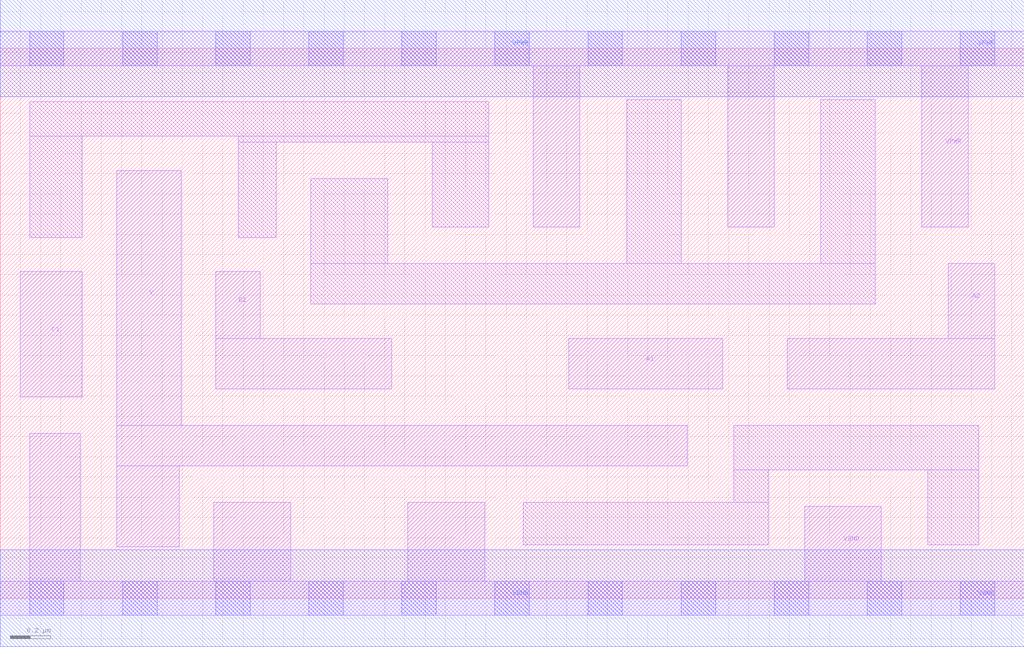
<source format=lef>
# Copyright 2020 The SkyWater PDK Authors
#
# Licensed under the Apache License, Version 2.0 (the "License");
# you may not use this file except in compliance with the License.
# You may obtain a copy of the License at
#
#     https://www.apache.org/licenses/LICENSE-2.0
#
# Unless required by applicable law or agreed to in writing, software
# distributed under the License is distributed on an "AS IS" BASIS,
# WITHOUT WARRANTIES OR CONDITIONS OF ANY KIND, either express or implied.
# See the License for the specific language governing permissions and
# limitations under the License.
#
# SPDX-License-Identifier: Apache-2.0

VERSION 5.7 ;
  NAMESCASESENSITIVE ON ;
  NOWIREEXTENSIONATPIN ON ;
  DIVIDERCHAR "/" ;
  BUSBITCHARS "[]" ;
UNITS
  DATABASE MICRONS 200 ;
END UNITS
PROPERTYDEFINITIONS
  MACRO maskLayoutSubType STRING ;
  MACRO prCellType STRING ;
  MACRO originalViewName STRING ;
END PROPERTYDEFINITIONS
MACRO sky130_fd_sc_hdll__a211oi_2
  CLASS CORE ;
  FOREIGN sky130_fd_sc_hdll__a211oi_2 ;
  ORIGIN  0.000000  0.000000 ;
  SIZE  5.060000 BY  2.720000 ;
  SYMMETRY X Y R90 ;
  SITE unithd ;
  PIN A1
    ANTENNAGATEAREA  0.555000 ;
    DIRECTION INPUT ;
    USE SIGNAL ;
    PORT
      LAYER li1 ;
        RECT 2.810000 1.035000 3.570000 1.285000 ;
    END
  END A1
  PIN A2
    ANTENNAGATEAREA  0.555000 ;
    DIRECTION INPUT ;
    USE SIGNAL ;
    PORT
      LAYER li1 ;
        RECT 3.890000 1.035000 4.915000 1.285000 ;
        RECT 4.685000 1.285000 4.915000 1.655000 ;
    END
  END A2
  PIN B1
    ANTENNAGATEAREA  0.555000 ;
    DIRECTION INPUT ;
    USE SIGNAL ;
    PORT
      LAYER li1 ;
        RECT 1.065000 1.035000 1.935000 1.285000 ;
        RECT 1.065000 1.285000 1.285000 1.615000 ;
    END
  END B1
  PIN C1
    ANTENNAGATEAREA  0.555000 ;
    DIRECTION INPUT ;
    USE SIGNAL ;
    PORT
      LAYER li1 ;
        RECT 0.100000 0.995000 0.405000 1.615000 ;
    END
  END C1
  PIN VGND
    ANTENNADIFFAREA  0.806000 ;
    DIRECTION INOUT ;
    USE SIGNAL ;
    PORT
      LAYER li1 ;
        RECT 0.000000 -0.085000 5.060000 0.085000 ;
        RECT 0.145000  0.085000 0.395000 0.815000 ;
        RECT 1.055000  0.085000 1.435000 0.475000 ;
        RECT 2.015000  0.085000 2.395000 0.475000 ;
        RECT 3.975000  0.085000 4.355000 0.455000 ;
      LAYER mcon ;
        RECT 0.145000 -0.085000 0.315000 0.085000 ;
        RECT 0.605000 -0.085000 0.775000 0.085000 ;
        RECT 1.065000 -0.085000 1.235000 0.085000 ;
        RECT 1.525000 -0.085000 1.695000 0.085000 ;
        RECT 1.985000 -0.085000 2.155000 0.085000 ;
        RECT 2.445000 -0.085000 2.615000 0.085000 ;
        RECT 2.905000 -0.085000 3.075000 0.085000 ;
        RECT 3.365000 -0.085000 3.535000 0.085000 ;
        RECT 3.825000 -0.085000 3.995000 0.085000 ;
        RECT 4.285000 -0.085000 4.455000 0.085000 ;
        RECT 4.745000 -0.085000 4.915000 0.085000 ;
      LAYER met1 ;
        RECT 0.000000 -0.240000 5.060000 0.240000 ;
    END
  END VGND
  PIN VPWR
    ANTENNADIFFAREA  0.850000 ;
    DIRECTION INOUT ;
    USE SIGNAL ;
    PORT
      LAYER li1 ;
        RECT 0.000000 2.635000 5.060000 2.805000 ;
        RECT 2.635000 1.835000 2.865000 2.635000 ;
        RECT 3.595000 1.835000 3.825000 2.635000 ;
        RECT 4.555000 1.835000 4.785000 2.635000 ;
      LAYER mcon ;
        RECT 0.145000 2.635000 0.315000 2.805000 ;
        RECT 0.605000 2.635000 0.775000 2.805000 ;
        RECT 1.065000 2.635000 1.235000 2.805000 ;
        RECT 1.525000 2.635000 1.695000 2.805000 ;
        RECT 1.985000 2.635000 2.155000 2.805000 ;
        RECT 2.445000 2.635000 2.615000 2.805000 ;
        RECT 2.905000 2.635000 3.075000 2.805000 ;
        RECT 3.365000 2.635000 3.535000 2.805000 ;
        RECT 3.825000 2.635000 3.995000 2.805000 ;
        RECT 4.285000 2.635000 4.455000 2.805000 ;
        RECT 4.745000 2.635000 4.915000 2.805000 ;
      LAYER met1 ;
        RECT 0.000000 2.480000 5.060000 2.960000 ;
    END
  END VPWR
  PIN Y
    ANTENNADIFFAREA  1.008500 ;
    DIRECTION OUTPUT ;
    USE SIGNAL ;
    PORT
      LAYER li1 ;
        RECT 0.575000 0.255000 0.885000 0.655000 ;
        RECT 0.575000 0.655000 3.395000 0.855000 ;
        RECT 0.575000 0.855000 0.895000 2.115000 ;
    END
  END Y
  OBS
    LAYER li1 ;
      RECT 0.145000 1.785000 0.405000 2.285000 ;
      RECT 0.145000 2.285000 2.415000 2.455000 ;
      RECT 1.175000 1.785000 1.365000 2.255000 ;
      RECT 1.175000 2.255000 2.415000 2.285000 ;
      RECT 1.535000 1.455000 4.325000 1.655000 ;
      RECT 1.535000 1.655000 1.915000 2.075000 ;
      RECT 2.135000 1.835000 2.415000 2.255000 ;
      RECT 2.585000 0.265000 3.795000 0.475000 ;
      RECT 3.095000 1.655000 3.365000 2.465000 ;
      RECT 3.625000 0.475000 3.795000 0.635000 ;
      RECT 3.625000 0.635000 4.835000 0.855000 ;
      RECT 4.055000 1.655000 4.325000 2.465000 ;
      RECT 4.585000 0.265000 4.835000 0.635000 ;
  END
  PROPERTY maskLayoutSubType "abstract" ;
  PROPERTY prCellType "standard" ;
  PROPERTY originalViewName "layout" ;
END sky130_fd_sc_hdll__a211oi_2

</source>
